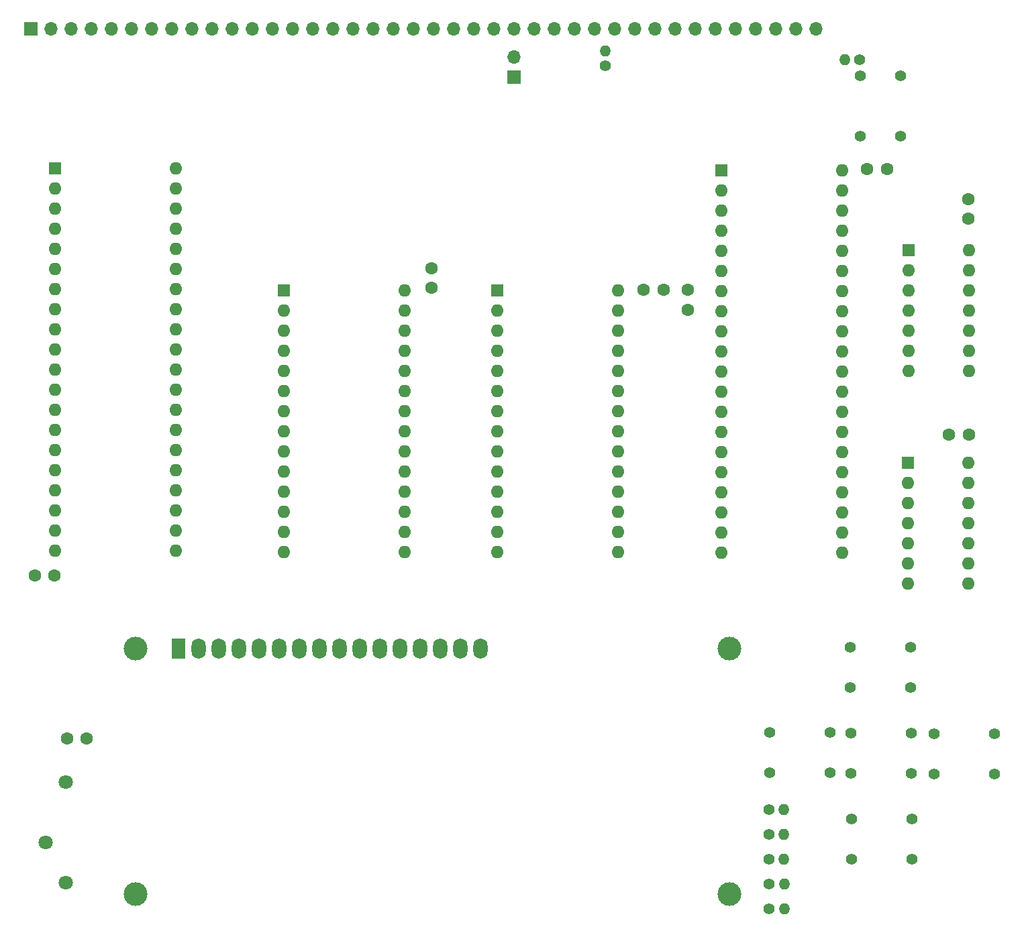
<source format=gbr>
%TF.GenerationSoftware,KiCad,Pcbnew,(5.1.10-1-10_14)*%
%TF.CreationDate,2021-06-14T16:28:50-07:00*%
%TF.ProjectId,SR6502,53523635-3032-42e6-9b69-6361645f7063,rev?*%
%TF.SameCoordinates,Original*%
%TF.FileFunction,Soldermask,Bot*%
%TF.FilePolarity,Negative*%
%FSLAX46Y46*%
G04 Gerber Fmt 4.6, Leading zero omitted, Abs format (unit mm)*
G04 Created by KiCad (PCBNEW (5.1.10-1-10_14)) date 2021-06-14 16:28:50*
%MOMM*%
%LPD*%
G01*
G04 APERTURE LIST*
%ADD10R,1.600000X1.600000*%
%ADD11O,1.600000X1.600000*%
%ADD12R,1.800000X2.600000*%
%ADD13O,1.800000X2.600000*%
%ADD14C,3.000000*%
%ADD15C,1.397000*%
%ADD16O,1.400000X1.400000*%
%ADD17C,1.400000*%
%ADD18C,1.600000*%
%ADD19R,1.700000X1.700000*%
%ADD20O,1.700000X1.700000*%
%ADD21C,1.800000*%
G04 APERTURE END LIST*
D10*
%TO.C,U6*%
X87086440Y-61744860D03*
D11*
X102326440Y-110004860D03*
X87086440Y-64284860D03*
X102326440Y-107464860D03*
X87086440Y-66824860D03*
X102326440Y-104924860D03*
X87086440Y-69364860D03*
X102326440Y-102384860D03*
X87086440Y-71904860D03*
X102326440Y-99844860D03*
X87086440Y-74444860D03*
X102326440Y-97304860D03*
X87086440Y-76984860D03*
X102326440Y-94764860D03*
X87086440Y-79524860D03*
X102326440Y-92224860D03*
X87086440Y-82064860D03*
X102326440Y-89684860D03*
X87086440Y-84604860D03*
X102326440Y-87144860D03*
X87086440Y-87144860D03*
X102326440Y-84604860D03*
X87086440Y-89684860D03*
X102326440Y-82064860D03*
X87086440Y-92224860D03*
X102326440Y-79524860D03*
X87086440Y-94764860D03*
X102326440Y-76984860D03*
X87086440Y-97304860D03*
X102326440Y-74444860D03*
X87086440Y-99844860D03*
X102326440Y-71904860D03*
X87086440Y-102384860D03*
X102326440Y-69364860D03*
X87086440Y-104924860D03*
X102326440Y-66824860D03*
X87086440Y-107464860D03*
X102326440Y-64284860D03*
X87086440Y-110004860D03*
X102326440Y-61744860D03*
%TD*%
D12*
%TO.C,U7*%
X102707440Y-122377200D03*
D13*
X105247440Y-122377200D03*
X107787440Y-122377200D03*
X110327440Y-122377200D03*
X112867440Y-122377200D03*
X115407440Y-122377200D03*
X117947440Y-122377200D03*
X120487440Y-122377200D03*
X123027440Y-122377200D03*
X125567440Y-122377200D03*
X128107440Y-122377200D03*
X130647440Y-122377200D03*
X133187440Y-122377200D03*
X135727440Y-122377200D03*
X138267440Y-122377200D03*
X140807440Y-122377200D03*
D14*
X97208340Y-122377200D03*
X97208340Y-153377900D03*
X172206920Y-153377900D03*
X172207440Y-122377200D03*
%TD*%
D15*
%TO.C,SW6*%
X197967600Y-138257280D03*
X197967600Y-133177280D03*
X205587600Y-138257280D03*
X205587600Y-133177280D03*
%TD*%
%TO.C,SW5*%
X187589160Y-149001480D03*
X187589160Y-143921480D03*
X195209160Y-149001480D03*
X195209160Y-143921480D03*
%TD*%
%TO.C,SW4*%
X187518040Y-138181080D03*
X187518040Y-133101080D03*
X195138040Y-138181080D03*
X195138040Y-133101080D03*
%TD*%
%TO.C,SW3*%
X177292000Y-138109960D03*
X177292000Y-133029960D03*
X184912000Y-138109960D03*
X184912000Y-133029960D03*
%TD*%
%TO.C,SW2*%
X187441840Y-127294640D03*
X187441840Y-122214640D03*
X195061840Y-127294640D03*
X195061840Y-122214640D03*
%TD*%
D16*
%TO.C,R7*%
X179092320Y-155296000D03*
D17*
X177192320Y-155296000D03*
%TD*%
D16*
%TO.C,R6*%
X179070080Y-148997200D03*
D17*
X177170080Y-148997200D03*
%TD*%
D16*
%TO.C,R5*%
X179092320Y-152146000D03*
D17*
X177192320Y-152146000D03*
%TD*%
D16*
%TO.C,R4*%
X179070080Y-145847200D03*
D17*
X177170080Y-145847200D03*
%TD*%
D16*
%TO.C,R3*%
X179070080Y-142697200D03*
D17*
X177170080Y-142697200D03*
%TD*%
D10*
%TO.C,U2*%
X171170600Y-62001400D03*
D11*
X186410600Y-110261400D03*
X171170600Y-64541400D03*
X186410600Y-107721400D03*
X171170600Y-67081400D03*
X186410600Y-105181400D03*
X171170600Y-69621400D03*
X186410600Y-102641400D03*
X171170600Y-72161400D03*
X186410600Y-100101400D03*
X171170600Y-74701400D03*
X186410600Y-97561400D03*
X171170600Y-77241400D03*
X186410600Y-95021400D03*
X171170600Y-79781400D03*
X186410600Y-92481400D03*
X171170600Y-82321400D03*
X186410600Y-89941400D03*
X171170600Y-84861400D03*
X186410600Y-87401400D03*
X171170600Y-87401400D03*
X186410600Y-84861400D03*
X171170600Y-89941400D03*
X186410600Y-82321400D03*
X171170600Y-92481400D03*
X186410600Y-79781400D03*
X171170600Y-95021400D03*
X186410600Y-77241400D03*
X171170600Y-97561400D03*
X186410600Y-74701400D03*
X171170600Y-100101400D03*
X186410600Y-72161400D03*
X171170600Y-102641400D03*
X186410600Y-69621400D03*
X171170600Y-105181400D03*
X186410600Y-67081400D03*
X171170600Y-107721400D03*
X186410600Y-64541400D03*
X171170600Y-110261400D03*
X186410600Y-62001400D03*
%TD*%
%TO.C,U4*%
X158107380Y-77172820D03*
X142867380Y-110192820D03*
X158107380Y-79712820D03*
X142867380Y-107652820D03*
X158107380Y-82252820D03*
X142867380Y-105112820D03*
X158107380Y-84792820D03*
X142867380Y-102572820D03*
X158107380Y-87332820D03*
X142867380Y-100032820D03*
X158107380Y-89872820D03*
X142867380Y-97492820D03*
X158107380Y-92412820D03*
X142867380Y-94952820D03*
X158107380Y-94952820D03*
X142867380Y-92412820D03*
X158107380Y-97492820D03*
X142867380Y-89872820D03*
X158107380Y-100032820D03*
X142867380Y-87332820D03*
X158107380Y-102572820D03*
X142867380Y-84792820D03*
X158107380Y-105112820D03*
X142867380Y-82252820D03*
X158107380Y-107652820D03*
X142867380Y-79712820D03*
X158107380Y-110192820D03*
D10*
X142867380Y-77172820D03*
%TD*%
%TO.C,U3*%
X194691000Y-98986340D03*
D11*
X202311000Y-114226340D03*
X194691000Y-101526340D03*
X202311000Y-111686340D03*
X194691000Y-104066340D03*
X202311000Y-109146340D03*
X194691000Y-106606340D03*
X202311000Y-106606340D03*
X194691000Y-109146340D03*
X202311000Y-104066340D03*
X194691000Y-111686340D03*
X202311000Y-101526340D03*
X194691000Y-114226340D03*
X202311000Y-98986340D03*
%TD*%
D18*
%TO.C,C5*%
X202374500Y-95430340D03*
X199874500Y-95430340D03*
%TD*%
D10*
%TO.C,U5*%
X115956080Y-77160120D03*
D11*
X131196080Y-110180120D03*
X115956080Y-79700120D03*
X131196080Y-107640120D03*
X115956080Y-82240120D03*
X131196080Y-105100120D03*
X115956080Y-84780120D03*
X131196080Y-102560120D03*
X115956080Y-87320120D03*
X131196080Y-100020120D03*
X115956080Y-89860120D03*
X131196080Y-97480120D03*
X115956080Y-92400120D03*
X131196080Y-94940120D03*
X115956080Y-94940120D03*
X131196080Y-92400120D03*
X115956080Y-97480120D03*
X131196080Y-89860120D03*
X115956080Y-100020120D03*
X131196080Y-87320120D03*
X115956080Y-102560120D03*
X131196080Y-84780120D03*
X115956080Y-105100120D03*
X131196080Y-82240120D03*
X115956080Y-107640120D03*
X131196080Y-79700120D03*
X115956080Y-110180120D03*
X131196080Y-77160120D03*
%TD*%
D19*
%TO.C,J1*%
X84074000Y-44145200D03*
D20*
X86614000Y-44145200D03*
X89154000Y-44145200D03*
X91694000Y-44145200D03*
X94234000Y-44145200D03*
X96774000Y-44145200D03*
X99314000Y-44145200D03*
X101854000Y-44145200D03*
X104394000Y-44145200D03*
X106934000Y-44145200D03*
X109474000Y-44145200D03*
X112014000Y-44145200D03*
X114554000Y-44145200D03*
X117094000Y-44145200D03*
X119634000Y-44145200D03*
X122174000Y-44145200D03*
X124714000Y-44145200D03*
X127254000Y-44145200D03*
X129794000Y-44145200D03*
X132334000Y-44145200D03*
X134874000Y-44145200D03*
X137414000Y-44145200D03*
X139954000Y-44145200D03*
X142494000Y-44145200D03*
X145034000Y-44145200D03*
X147574000Y-44145200D03*
X150114000Y-44145200D03*
X152654000Y-44145200D03*
X155194000Y-44145200D03*
X157734000Y-44145200D03*
X160274000Y-44145200D03*
X162814000Y-44145200D03*
X165354000Y-44145200D03*
X167894000Y-44145200D03*
X170434000Y-44145200D03*
X172974000Y-44145200D03*
X175514000Y-44145200D03*
X178054000Y-44145200D03*
X180594000Y-44145200D03*
X183134000Y-44145200D03*
%TD*%
D18*
%TO.C,C4*%
X84535640Y-113154460D03*
X87035640Y-113154460D03*
%TD*%
%TO.C,C3*%
X134548880Y-74380720D03*
X134548880Y-76880720D03*
%TD*%
D11*
%TO.C,X1*%
X202387200Y-72095360D03*
X194767200Y-87335360D03*
X202387200Y-74635360D03*
X194767200Y-84795360D03*
X202387200Y-77175360D03*
X194767200Y-82255360D03*
X202387200Y-79715360D03*
X194767200Y-79715360D03*
X202387200Y-82255360D03*
X194767200Y-77175360D03*
X202387200Y-84795360D03*
X194767200Y-74635360D03*
X202387200Y-87335360D03*
D10*
X194767200Y-72095360D03*
%TD*%
D18*
%TO.C,C1*%
X166928800Y-79629000D03*
X166928800Y-77129000D03*
%TD*%
%TO.C,C2*%
X161340800Y-77089000D03*
X163840800Y-77089000D03*
%TD*%
%TO.C,C6*%
X88584400Y-133710680D03*
X91084400Y-133710680D03*
%TD*%
%TO.C,C7*%
X189537340Y-61887100D03*
X192037340Y-61887100D03*
%TD*%
D16*
%TO.C,R1*%
X186745800Y-48082200D03*
D17*
X188645800Y-48082200D03*
%TD*%
%TO.C,R2*%
X156502100Y-48869600D03*
D16*
X156502100Y-46969600D03*
%TD*%
D21*
%TO.C,RV1*%
X88465660Y-139273280D03*
X85925660Y-146893280D03*
X88465660Y-151973280D03*
%TD*%
D15*
%TO.C,SW1*%
X193791840Y-57759600D03*
X188711840Y-57759600D03*
X193791840Y-50139600D03*
X188711840Y-50139600D03*
%TD*%
D19*
%TO.C,JP1*%
X145008600Y-50292000D03*
D20*
X145008600Y-47752000D03*
%TD*%
D18*
%TO.C,C8*%
X202361800Y-68173600D03*
X202361800Y-65673600D03*
%TD*%
M02*

</source>
